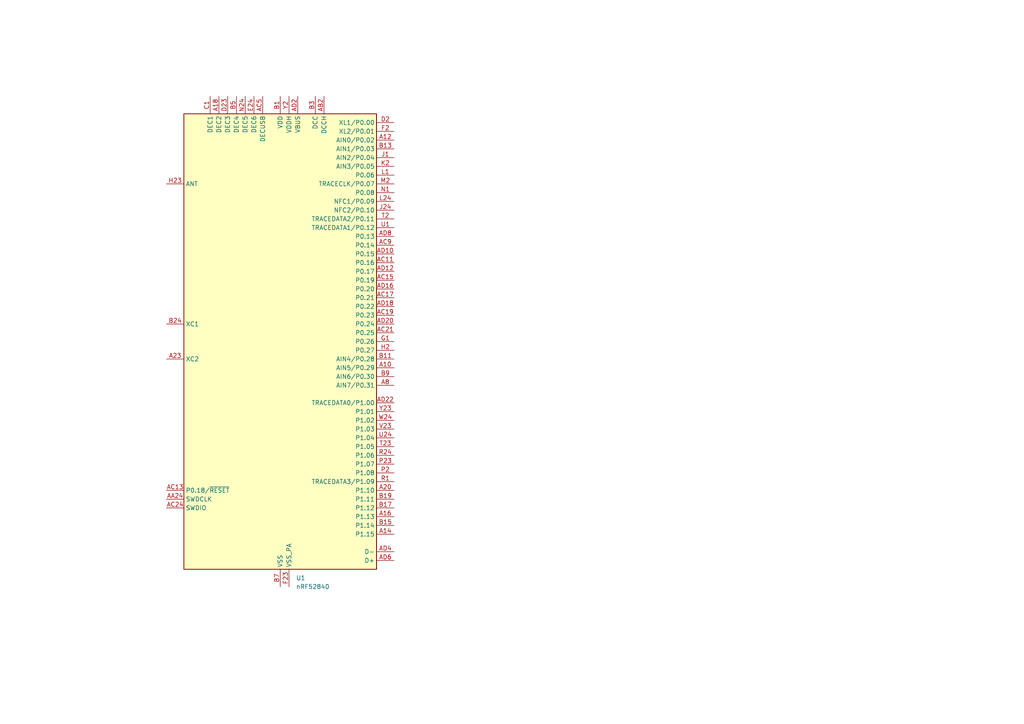
<source format=kicad_sch>
(kicad_sch (version 20211123) (generator eeschema)
  (paper "A4")
  (lib_symbols
    (symbol "MCU_Nordic:nRF52840"
      (property "Reference" "U" (at 0 5.08 0))
      (property "Value" "nRF52840" (at 0 2.54 0))
      (symbol "nRF52840_0_1"
        (rectangle (start -27.94 66.04) (end 27.94 -66.04) (stroke (width 0.254)) (fill (type background)))
      )
      (symbol "nRF52840_1_1"
        (pin bidirectional line (at 33.02 -7.62 180) (length 5.08) (name "AIN5/P0.29") (number "A10"))
        (pin bidirectional line (at 33.02 58.42 180) (length 5.08) (name "AIN0/P0.02") (number "A12"))
        (pin bidirectional line (at 33.02 -55.88 180) (length 5.08) (name "P1.15") (number "A14"))
        (pin bidirectional line (at 33.02 -50.8 180) (length 5.08) (name "P1.13") (number "A16"))
        (pin passive line (at -17.78 71.12 270) (length 5.08) (name "DEC2") (number "A18"))
        (pin bidirectional line (at 33.02 -43.18 180) (length 5.08) (name "P1.10") (number "A20"))
        (pin passive line (at 0 71.12 270) (length 5.08) hide (name "VDD") (number "A22"))
        (pin input line (at -33.02 -5.08 0) (length 5.08) (name "XC2") (number "A23"))
        (pin bidirectional line (at 33.02 -12.7 180) (length 5.08) (name "AIN7/P0.31") (number "A8"))
        (pin input line (at -33.02 -45.72 0) (length 5.08) (name "SWDCLK") (number "AA24"))
        (pin power_out line (at 12.7 71.12 270) (length 5.08) (name "DCCH") (number "AB2"))
        (pin bidirectional line (at 33.02 22.86 180) (length 5.08) (name "P0.16") (number "AC11"))
        (pin bidirectional line (at -33.02 -43.18 0) (length 5.08) (name "P0.18/~{RESET}") (number "AC13"))
        (pin bidirectional line (at 33.02 17.78 180) (length 5.08) (name "P0.19") (number "AC15"))
        (pin bidirectional line (at 33.02 12.7 180) (length 5.08) (name "P0.21") (number "AC17"))
        (pin bidirectional line (at 33.02 7.62 180) (length 5.08) (name "P0.23") (number "AC19"))
        (pin bidirectional line (at 33.02 2.54 180) (length 5.08) (name "P0.25") (number "AC21"))
        (pin bidirectional line (at -33.02 -48.26 0) (length 5.08) (name "SWDIO") (number "AC24"))
        (pin passive line (at -5.08 71.12 270) (length 5.08) (name "DECUSB") (number "AC5"))
        (pin bidirectional line (at 33.02 27.94 180) (length 5.08) (name "P0.14") (number "AC9"))
        (pin bidirectional line (at 33.02 25.4 180) (length 5.08) (name "P0.15") (number "AD10"))
        (pin bidirectional line (at 33.02 20.32 180) (length 5.08) (name "P0.17") (number "AD12"))
        (pin passive line (at 0 71.12 270) (length 5.08) hide (name "VDD") (number "AD14"))
        (pin bidirectional line (at 33.02 15.24 180) (length 5.08) (name "P0.20") (number "AD16"))
        (pin bidirectional line (at 33.02 10.16 180) (length 5.08) (name "P0.22") (number "AD18"))
        (pin power_in line (at 5.08 71.12 270) (length 5.08) (name "VBUS") (number "AD2"))
        (pin bidirectional line (at 33.02 5.08 180) (length 5.08) (name "P0.24") (number "AD20"))
        (pin bidirectional line (at 33.02 -17.78 180) (length 5.08) (name "TRACEDATA0/P1.00") (number "AD22"))
        (pin passive line (at 0 71.12 270) (length 5.08) hide (name "VDD") (number "AD23"))
        (pin bidirectional line (at 33.02 -60.96 180) (length 5.08) (name "D-") (number "AD4"))
        (pin bidirectional line (at 33.02 -63.5 180) (length 5.08) (name "D+") (number "AD6"))
        (pin bidirectional line (at 33.02 30.48 180) (length 5.08) (name "P0.13") (number "AD8"))
        (pin power_in line (at 0 71.12 270) (length 5.08) (name "VDD") (number "B1"))
        (pin bidirectional line (at 33.02 -5.08 180) (length 5.08) (name "AIN4/P0.28") (number "B11"))
        (pin bidirectional line (at 33.02 55.88 180) (length 5.08) (name "AIN1/P0.03") (number "B13"))
        (pin bidirectional line (at 33.02 -53.34 180) (length 5.08) (name "P1.14") (number "B15"))
        (pin bidirectional line (at 33.02 -48.26 180) (length 5.08) (name "P1.12") (number "B17"))
        (pin bidirectional line (at 33.02 -45.72 180) (length 5.08) (name "P1.11") (number "B19"))
        (pin input line (at -33.02 5.08 0) (length 5.08) (name "XC1") (number "B24"))
        (pin power_out line (at 10.16 71.12 270) (length 5.08) (name "DCC") (number "B3"))
        (pin passive line (at -12.7 71.12 270) (length 5.08) (name "DEC4") (number "B5"))
        (pin power_in line (at 0 -71.12 90) (length 5.08) (name "VSS") (number "B7"))
        (pin bidirectional line (at 33.02 -10.16 180) (length 5.08) (name "AIN6/P0.30") (number "B9"))
        (pin passive line (at -20.32 71.12 270) (length 5.08) (name "DEC1") (number "C1"))
        (pin bidirectional line (at 33.02 63.5 180) (length 5.08) (name "XL1/P0.00") (number "D2"))
        (pin passive line (at -15.24 71.12 270) (length 5.08) (name "DEC3") (number "D23"))
        (pin passive line (at -7.62 71.12 270) (length 5.08) (name "DEC6") (number "E24"))
        (pin passive line (at 0 -71.12 90) (length 5.08) hide (name "VSS") (number "EP"))
        (pin bidirectional line (at 33.02 60.96 180) (length 5.08) (name "XL2/P0.01") (number "F2"))
        (pin power_in line (at 2.54 -71.12 90) (length 5.08) (name "VSS_PA") (number "F23"))
        (pin bidirectional line (at 33.02 0 180) (length 5.08) (name "P0.26") (number "G1"))
        (pin bidirectional line (at 33.02 -2.54 180) (length 5.08) (name "P0.27") (number "H2"))
        (pin passive line (at -33.02 45.72 0) (length 5.08) (name "ANT") (number "H23"))
        (pin bidirectional line (at 33.02 53.34 180) (length 5.08) (name "AIN2/P0.04") (number "J1"))
        (pin bidirectional line (at 33.02 38.1 180) (length 5.08) (name "NFC2/P0.10") (number "J24"))
        (pin bidirectional line (at 33.02 50.8 180) (length 5.08) (name "AIN3/P0.05") (number "K2"))
        (pin bidirectional line (at 33.02 48.26 180) (length 5.08) (name "P0.06") (number "L1"))
        (pin bidirectional line (at 33.02 40.64 180) (length 5.08) (name "NFC1/P0.09") (number "L24"))
        (pin bidirectional line (at 33.02 45.72 180) (length 5.08) (name "TRACECLK/P0.07") (number "M2"))
        (pin bidirectional line (at 33.02 43.18 180) (length 5.08) (name "P0.08") (number "N1"))
        (pin passive line (at -10.16 71.12 270) (length 5.08) (name "DEC5") (number "N24"))
        (pin bidirectional line (at 33.02 -38.1 180) (length 5.08) (name "P1.08") (number "P2"))
        (pin bidirectional line (at 33.02 -35.56 180) (length 5.08) (name "P1.07") (number "P23"))
        (pin bidirectional line (at 33.02 -40.64 180) (length 5.08) (name "TRACEDATA3/P1.09") (number "R1"))
        (pin bidirectional line (at 33.02 -33.02 180) (length 5.08) (name "P1.06") (number "R24"))
        (pin bidirectional line (at 33.02 35.56 180) (length 5.08) (name "TRACEDATA2/P0.11") (number "T2"))
        (pin bidirectional line (at 33.02 -30.48 180) (length 5.08) (name "P1.05") (number "T23"))
        (pin bidirectional line (at 33.02 33.02 180) (length 5.08) (name "TRACEDATA1/P0.12") (number "U1"))
        (pin bidirectional line (at 33.02 -27.94 180) (length 5.08) (name "P1.04") (number "U24"))
        (pin bidirectional line (at 33.02 -25.4 180) (length 5.08) (name "P1.03") (number "V23"))
        (pin passive line (at 0 71.12 270) (length 5.08) hide (name "VDD") (number "W1"))
        (pin bidirectional line (at 33.02 -22.86 180) (length 5.08) (name "P1.02") (number "W24"))
        (pin power_in line (at 2.54 71.12 270) (length 5.08) (name "VDDH") (number "Y2"))
        (pin bidirectional line (at 33.02 -20.32 180) (length 5.08) (name "P1.01") (number "Y23"))
      )
    )
  )
  (symbol (lib_id "MCU_Nordic:nRF52840") (at 81.28 99.06 0) (unit 1)
    (property "Reference" "U1" (at 85.8394 167.64 0) (effects (justify left)))
    (property "Value" "nRF52840" (at 85.8394 170.18 0) (effects (justify left)))
    (property "Footprint" "Package_DFN_QFN:Nordic_AQFN-73-1EP_7x7mm_P0.5mm" (effects hide))
    (property "Datasheet" "http://infocenter.nordicsemi.com/topic/com.nordic.infocenter.nrf52/dita/nrf52/chips/nrf52840.html" (effects hide))
  )
)
</source>
